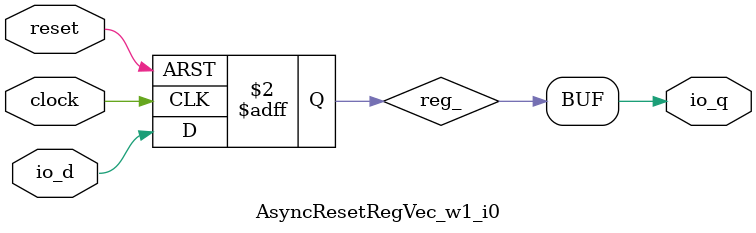
<source format=v>
`default_nettype wire
`include "timescale.vh"
module AsyncResetRegVec_w1_i0(
  input   clock,
  input   reset,
  input   io_d,
  output  io_q
);
`ifdef RANDOMIZE_REG_INIT
  reg [31:0] _RAND_0;
`endif // RANDOMIZE_REG_INIT
  reg  reg_;
  assign io_q = reg_;
  always @(posedge clock or posedge reset) begin
    if (reset) begin
      reg_ <= 1'h0;
    end else begin
      reg_ <= io_d;
    end
  end
// Register and memory initialization
`ifdef RANDOMIZE_GARBAGE_ASSIGN
`define RANDOMIZE
`endif
`ifdef RANDOMIZE_INVALID_ASSIGN
`define RANDOMIZE
`endif
`ifdef RANDOMIZE_REG_INIT
`define RANDOMIZE
`endif
`ifdef RANDOMIZE_MEM_INIT
`define RANDOMIZE
`endif
`ifndef RANDOM
`define RANDOM $random
`endif
`ifdef RANDOMIZE_MEM_INIT
  integer initvar;
`endif
`ifndef SYNTHESIS
`ifdef FIRRTL_BEFORE_INITIAL
`FIRRTL_BEFORE_INITIAL
`endif
initial begin
  `ifdef RANDOMIZE
    `ifdef INIT_RANDOM
      `INIT_RANDOM
    `endif
    `ifndef VERILATOR
      `ifdef RANDOMIZE_DELAY
        #`RANDOMIZE_DELAY begin end
      `else
        #0.002 begin end
      `endif
    `endif
`ifdef RANDOMIZE_REG_INIT
  _RAND_0 = {1{`RANDOM}};
  reg_ = _RAND_0[0:0];
`endif // RANDOMIZE_REG_INIT
  if (reset) begin
    reg_ = 1'h0;
  end
  `endif // RANDOMIZE
end // initial
`ifdef FIRRTL_AFTER_INITIAL
`FIRRTL_AFTER_INITIAL
`endif
`endif // SYNTHESIS
endmodule
</source>
